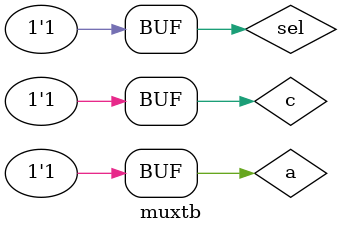
<source format=v>
module muxtb;
reg a,c,sel;
wire b;
mux uut(.sel(sel),.a(a),.b(b),.c(c));
initial begin
       sel=1;	
	#5 a=1;
	#10 c=1;
end
initial begin
	$dumpfile("mux.vcd");
	$dumpvars(1);
end
endmodule

</source>
